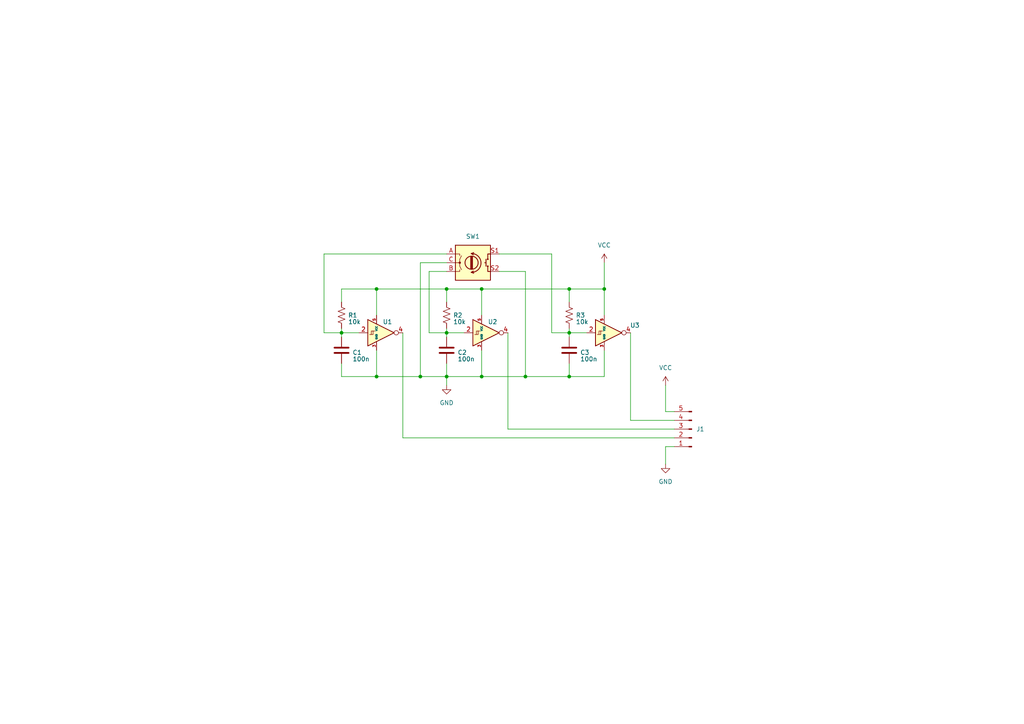
<source format=kicad_sch>
(kicad_sch (version 20211123) (generator eeschema)
  (paper "A4")
  (lib_symbols
    (symbol "74xGxx:SN74LVC1G14DBV"
      (property "Reference" "U" (at -2.54 5.08 0))
      (property "Value" "SN74LVC1G14DBV" (at 10.16 5.08 0))
      (symbol "SN74LVC1G14DBV_0_1"
        (polyline (pts (xy -1.016 0.508) (xy -0.508 0.508)))
        (polyline (pts (xy -2.54 3.81) (xy -2.54 -3.81) (xy 5.08 0) (xy -2.54 3.81)) (stroke (width 0.254)) (fill (type background)))
        (polyline (pts (xy -1.524 -0.508) (xy -1.524 0.508) (xy -1.016 0.508) (xy -1.016 -0.508) (xy -2.032 -0.508)))
        (circle (center 5.715 0) (radius 0.635))
      )
      (symbol "SN74LVC1G14DBV_1_1"
        (pin no_connect line (at 5.08 0 180) (length 2.54) hide (name "NC") (number "1"))
        (pin input line (at -5.08 0 0) (length 2.54) (name "~") (number "2"))
        (pin power_in line (at 0 -5.08 90) (length 2.54) (name "GND") (number "3"))
        (pin output line (at 7.62 0 180) (length 1.27) (name "~") (number "4"))
        (pin power_in line (at 0 5.08 270) (length 2.54) (name "VCC") (number "5"))
      )
    )
    (symbol "Connector:Conn_01x05_Male" (pin_names (offset 1.016) hide)
      (property "Reference" "J" (at 0 7.62 0))
      (property "Value" "Conn_01x05_Male" (at 0 -7.62 0))
      (symbol "Conn_01x05_Male_1_1"
        (polyline (pts (xy 1.27 -5.08) (xy 0.8636 -5.08)) (stroke (width 0.1524)))
        (polyline (pts (xy 1.27 -2.54) (xy 0.8636 -2.54)) (stroke (width 0.1524)))
        (polyline (pts (xy 1.27 0) (xy 0.8636 0)) (stroke (width 0.1524)))
        (polyline (pts (xy 1.27 2.54) (xy 0.8636 2.54)) (stroke (width 0.1524)))
        (polyline (pts (xy 1.27 5.08) (xy 0.8636 5.08)) (stroke (width 0.1524)))
        (rectangle (start 0.8636 -4.953) (end 0 -5.207) (stroke (width 0.1524)) (fill (type outline)))
        (rectangle (start 0.8636 -2.413) (end 0 -2.667) (stroke (width 0.1524)) (fill (type outline)))
        (rectangle (start 0.8636 0.127) (end 0 -0.127) (stroke (width 0.1524)) (fill (type outline)))
        (rectangle (start 0.8636 2.667) (end 0 2.413) (stroke (width 0.1524)) (fill (type outline)))
        (rectangle (start 0.8636 5.207) (end 0 4.953) (stroke (width 0.1524)) (fill (type outline)))
        (pin passive line (at 5.08 5.08 180) (length 3.81) (name "Pin_1") (number "1"))
        (pin passive line (at 5.08 2.54 180) (length 3.81) (name "Pin_2") (number "2"))
        (pin passive line (at 5.08 0 180) (length 3.81) (name "Pin_3") (number "3"))
        (pin passive line (at 5.08 -2.54 180) (length 3.81) (name "Pin_4") (number "4"))
        (pin passive line (at 5.08 -5.08 180) (length 3.81) (name "Pin_5") (number "5"))
      )
    )
    (symbol "Device:C" (pin_numbers hide) (pin_names (offset 0.254))
      (property "Reference" "C" (at 0.635 2.54 0))
      (property "Value" "C" (at 0.635 -2.54 0))
      (symbol "C_0_1"
        (polyline (pts (xy -2.032 -0.762) (xy 2.032 -0.762)) (stroke (width 0.508)))
        (polyline (pts (xy -2.032 0.762) (xy 2.032 0.762)) (stroke (width 0.508)))
      )
      (symbol "C_1_1"
        (pin passive line (at 0 3.81 270) (length 2.794) (name "~") (number "1"))
        (pin passive line (at 0 -3.81 90) (length 2.794) (name "~") (number "2"))
      )
    )
    (symbol "Device:R_US" (pin_numbers hide) (pin_names (offset 0))
      (property "Reference" "R" (at 2.54 0 90))
      (property "Value" "R_US" (at -2.54 0 90))
      (symbol "R_US_0_1"
        (polyline (pts (xy 0 -2.286) (xy 0 -2.54)))
        (polyline (pts (xy 0 2.286) (xy 0 2.54)))
        (polyline (pts (xy 0 -0.762) (xy 1.016 -1.143) (xy 0 -1.524) (xy -1.016 -1.905) (xy 0 -2.286)))
        (polyline (pts (xy 0 0.762) (xy 1.016 0.381) (xy 0 0) (xy -1.016 -0.381) (xy 0 -0.762)))
        (polyline (pts (xy 0 2.286) (xy 1.016 1.905) (xy 0 1.524) (xy -1.016 1.143) (xy 0 0.762)))
      )
      (symbol "R_US_1_1"
        (pin passive line (at 0 3.81 270) (length 1.27) (name "~") (number "1"))
        (pin passive line (at 0 -3.81 90) (length 1.27) (name "~") (number "2"))
      )
    )
    (symbol "Device:RotaryEncoder_Switch" (pin_names (offset 0.254) hide)
      (property "Reference" "SW" (at 0 6.604 0))
      (property "Value" "RotaryEncoder_Switch" (at 0 -6.604 0))
      (symbol "RotaryEncoder_Switch_0_1"
        (rectangle (start -5.08 5.08) (end 5.08 -5.08) (stroke (width 0.254)) (fill (type background)))
        (circle (center -3.81 0) (radius 0.254) (fill (type outline)))
        (arc (start -0.381 -2.794) (mid 2.3622 -0.0508) (end -0.381 2.667) (stroke (width 0.254)))
        (circle (center -0.381 0) (radius 1.905) (stroke (width 0.254)))
        (polyline (pts (xy -0.635 -1.778) (xy -0.635 1.778)) (stroke (width 0.254)))
        (polyline (pts (xy -0.381 -1.778) (xy -0.381 1.778)) (stroke (width 0.254)))
        (polyline (pts (xy -0.127 1.778) (xy -0.127 -1.778)) (stroke (width 0.254)))
        (polyline (pts (xy 3.81 0) (xy 3.429 0)) (stroke (width 0.254)))
        (polyline (pts (xy 3.81 1.016) (xy 3.81 -1.016)) (stroke (width 0.254)))
        (polyline (pts (xy -5.08 -2.54) (xy -3.81 -2.54) (xy -3.81 -2.032)))
        (polyline (pts (xy -5.08 2.54) (xy -3.81 2.54) (xy -3.81 2.032)))
        (polyline (pts (xy 0.254 -3.048) (xy -0.508 -2.794) (xy 0.127 -2.413)) (stroke (width 0.254)))
        (polyline (pts (xy 0.254 2.921) (xy -0.508 2.667) (xy 0.127 2.286)) (stroke (width 0.254)))
        (polyline (pts (xy 5.08 -2.54) (xy 4.318 -2.54) (xy 4.318 -1.016)) (stroke (width 0.254)))
        (polyline (pts (xy 5.08 2.54) (xy 4.318 2.54) (xy 4.318 1.016)) (stroke (width 0.254)))
        (polyline (pts (xy -5.08 0) (xy -3.81 0) (xy -3.81 -1.016) (xy -3.302 -2.032)))
        (polyline (pts (xy -4.318 0) (xy -3.81 0) (xy -3.81 1.016) (xy -3.302 2.032)))
        (circle (center 4.318 -1.016) (radius 0.127) (stroke (width 0.254)))
        (circle (center 4.318 1.016) (radius 0.127) (stroke (width 0.254)))
      )
      (symbol "RotaryEncoder_Switch_1_1"
        (pin passive line (at -7.62 2.54 0) (length 2.54) (name "A") (number "A"))
        (pin passive line (at -7.62 -2.54 0) (length 2.54) (name "B") (number "B"))
        (pin passive line (at -7.62 0 0) (length 2.54) (name "C") (number "C"))
        (pin passive line (at 7.62 2.54 180) (length 2.54) (name "S1") (number "S1"))
        (pin passive line (at 7.62 -2.54 180) (length 2.54) (name "S2") (number "S2"))
      )
    )
    (symbol "power:GND" (power) (pin_names (offset 0))
      (property "Value" "GND" (at 0 -3.81 0))
      (symbol "GND_0_1"
        (polyline (pts (xy 0 0) (xy 0 -1.27) (xy 1.27 -1.27) (xy 0 -2.54) (xy -1.27 -1.27) (xy 0 -1.27)))
      )
      (symbol "GND_1_1"
        (pin power_in line (at 0 0 270) (length 0) hide (name "GND") (number "1"))
      )
    )
    (symbol "power:VCC" (power) (pin_names (offset 0))
      (property "Value" "VCC" (at 0 3.81 0))
      (symbol "VCC_0_1"
        (polyline (pts (xy -0.762 1.27) (xy 0 2.54)))
        (polyline (pts (xy 0 0) (xy 0 2.54)))
        (polyline (pts (xy 0 2.54) (xy 0.762 1.27)))
      )
      (symbol "VCC_1_1"
        (pin power_in line (at 0 0 90) (length 0) hide (name "VCC") (number "1"))
      )
    )
  )
  (junction (at 129.54 96.52))
  (junction (at 121.92 109.22))
  (junction (at 129.54 109.22))
  (junction (at 109.22 83.82))
  (junction (at 165.1 109.22))
  (junction (at 175.26 83.82))
  (junction (at 129.54 83.82))
  (junction (at 99.06 96.52))
  (junction (at 139.7 109.22))
  (junction (at 139.7 83.82))
  (junction (at 165.1 83.82))
  (junction (at 165.1 96.52))
  (junction (at 109.22 109.22))
  (junction (at 152.4 109.22))
  (wire (pts (xy 147.32 96.52) (xy 147.32 124.46)))
  (wire (pts (xy 99.06 87.63) (xy 99.06 83.82)))
  (wire (pts (xy 99.06 105.41) (xy 99.06 109.22)))
  (wire (pts (xy 116.84 127) (xy 195.58 127)))
  (wire (pts (xy 129.54 105.41) (xy 129.54 109.22)))
  (wire (pts (xy 182.88 96.52) (xy 182.88 121.92)))
  (wire (pts (xy 116.84 96.52) (xy 116.84 127)))
  (wire (pts (xy 160.02 73.66) (xy 160.02 96.52)))
  (wire (pts (xy 165.1 109.22) (xy 175.26 109.22)))
  (wire (pts (xy 129.54 109.22) (xy 139.7 109.22)))
  (wire (pts (xy 99.06 96.52) (xy 99.06 97.79)))
  (wire (pts (xy 99.06 95.25) (xy 99.06 96.52)))
  (wire (pts (xy 175.26 91.44) (xy 175.26 83.82)))
  (wire (pts (xy 165.1 96.52) (xy 165.1 97.79)))
  (wire (pts (xy 93.98 96.52) (xy 99.06 96.52)))
  (wire (pts (xy 182.88 121.92) (xy 195.58 121.92)))
  (wire (pts (xy 152.4 78.74) (xy 152.4 109.22)))
  (wire (pts (xy 139.7 83.82) (xy 139.7 91.44)))
  (wire (pts (xy 160.02 96.52) (xy 165.1 96.52)))
  (wire (pts (xy 121.92 109.22) (xy 129.54 109.22)))
  (wire (pts (xy 165.1 95.25) (xy 165.1 96.52)))
  (wire (pts (xy 129.54 76.2) (xy 121.92 76.2)))
  (wire (pts (xy 129.54 96.52) (xy 129.54 97.79)))
  (wire (pts (xy 129.54 83.82) (xy 139.7 83.82)))
  (wire (pts (xy 99.06 96.52) (xy 104.14 96.52)))
  (wire (pts (xy 93.98 73.66) (xy 93.98 96.52)))
  (wire (pts (xy 109.22 83.82) (xy 129.54 83.82)))
  (wire (pts (xy 99.06 83.82) (xy 109.22 83.82)))
  (wire (pts (xy 121.92 109.22) (xy 109.22 109.22)))
  (wire (pts (xy 165.1 83.82) (xy 165.1 87.63)))
  (wire (pts (xy 144.78 78.74) (xy 152.4 78.74)))
  (wire (pts (xy 175.26 109.22) (xy 175.26 101.6)))
  (wire (pts (xy 129.54 83.82) (xy 129.54 87.63)))
  (wire (pts (xy 152.4 109.22) (xy 165.1 109.22)))
  (wire (pts (xy 147.32 124.46) (xy 195.58 124.46)))
  (wire (pts (xy 175.26 83.82) (xy 165.1 83.82)))
  (wire (pts (xy 129.54 73.66) (xy 93.98 73.66)))
  (wire (pts (xy 175.26 76.2) (xy 175.26 83.82)))
  (wire (pts (xy 193.04 111.76) (xy 193.04 119.38)))
  (wire (pts (xy 193.04 119.38) (xy 195.58 119.38)))
  (wire (pts (xy 144.78 73.66) (xy 160.02 73.66)))
  (wire (pts (xy 121.92 76.2) (xy 121.92 109.22)))
  (wire (pts (xy 124.46 78.74) (xy 124.46 96.52)))
  (wire (pts (xy 134.62 96.52) (xy 129.54 96.52)))
  (wire (pts (xy 165.1 105.41) (xy 165.1 109.22)))
  (wire (pts (xy 124.46 96.52) (xy 129.54 96.52)))
  (wire (pts (xy 129.54 78.74) (xy 124.46 78.74)))
  (wire (pts (xy 195.58 129.54) (xy 193.04 129.54)))
  (wire (pts (xy 139.7 109.22) (xy 152.4 109.22)))
  (wire (pts (xy 109.22 109.22) (xy 99.06 109.22)))
  (wire (pts (xy 165.1 96.52) (xy 170.18 96.52)))
  (wire (pts (xy 139.7 83.82) (xy 165.1 83.82)))
  (wire (pts (xy 193.04 129.54) (xy 193.04 134.62)))
  (wire (pts (xy 129.54 109.22) (xy 129.54 111.76)))
  (wire (pts (xy 109.22 83.82) (xy 109.22 91.44)))
  (wire (pts (xy 129.54 95.25) (xy 129.54 96.52)))
  (wire (pts (xy 139.7 101.6) (xy 139.7 109.22)))
  (wire (pts (xy 109.22 101.6) (xy 109.22 109.22)))
  (symbol (lib_id "Device:C") (at 129.54 101.6 0) (unit 1)
    (property "Reference" "C2" (at 132.715 102.235 0) (effects (justify left)))
    (property "Value" "100n" (at 132.715 104.14 0) (effects (justify left)))
    (property "Footprint" "Capacitor_SMD:C_0805_2012Metric_Pad1.18x1.45mm_HandSolder" (effects hide))
  )
  (symbol (lib_id "power:GND") (at 129.54 111.76 0) (unit 1)
    (property "Reference" "#PWR01" (effects hide))
    (property "Value" "GND" (at 129.54 116.84 0))
  )
  (symbol (lib_id "power:GND") (at 193.04 134.62 0) (unit 1)
    (property "Reference" "#PWR04" (effects hide))
    (property "Value" "GND" (at 193.04 139.7 0))
  )
  (symbol (lib_id "74xGxx:SN74LVC1G14DBV") (at 109.22 96.52 0) (unit 1)
    (property "Reference" "U1" (at 112.395 93.345 0))
    (property "Value" "SN74LVC1G14DBV" (effects hide))
    (property "Footprint" "Package_TO_SOT_SMD:SOT-23-5" (effects hide))
    (property "Datasheet" "http://www.ti.com/lit/ds/symlink/sn74lvc1g14.pdf" (effects hide))
  )
  (symbol (lib_id "74xGxx:SN74LVC1G14DBV") (at 175.26 96.52 0) (unit 1)
    (property "Reference" "U3" (at 184.15 94.361 0))
    (property "Value" "SN74LVC1G14DBV" (effects hide))
    (property "Footprint" "Package_TO_SOT_SMD:SOT-23-5" (effects hide))
    (property "Datasheet" "http://www.ti.com/lit/ds/symlink/sn74lvc1g14.pdf" (effects hide))
  )
  (symbol (lib_id "power:VCC") (at 175.26 76.2 0) (unit 1)
    (property "Reference" "#PWR02" (effects hide))
    (property "Value" "VCC" (at 175.26 71.12 0))
  )
  (symbol (lib_id "Device:RotaryEncoder_Switch") (at 137.16 76.2 0) (unit 1)
    (property "Reference" "SW1" (at 137.16 68.58 0))
    (property "Value" "RotaryEncoder_Switch" (effects hide))
    (property "Footprint" "Rotary_Encoder:RotaryEncoder_Alps_EC11E-Switch_Vertical_H20mm" (effects hide))
  )
  (symbol (lib_id "Device:R_US") (at 129.54 91.44 0) (unit 1)
    (property "Reference" "R2" (at 131.445 91.44 0) (effects (justify left)))
    (property "Value" "10k" (at 131.445 93.345 0) (effects (justify left)))
    (property "Footprint" "Resistor_SMD:R_0805_2012Metric_Pad1.20x1.40mm_HandSolder" (effects hide))
  )
  (symbol (lib_id "power:VCC") (at 193.04 111.76 0) (unit 1)
    (property "Reference" "#PWR03" (effects hide))
    (property "Value" "VCC" (at 193.04 106.68 0))
  )
  (symbol (lib_id "Device:C") (at 165.1 101.6 0) (unit 1)
    (property "Reference" "C3" (at 168.275 102.235 0) (effects (justify left)))
    (property "Value" "100n" (at 168.275 104.14 0) (effects (justify left)))
    (property "Footprint" "Capacitor_SMD:C_0805_2012Metric_Pad1.18x1.45mm_HandSolder" (effects hide))
  )
  (symbol (lib_id "Device:R_US") (at 165.1 91.44 0) (unit 1)
    (property "Reference" "R3" (at 167.005 91.44 0) (effects (justify left)))
    (property "Value" "10k" (at 167.005 93.345 0) (effects (justify left)))
    (property "Footprint" "Resistor_SMD:R_0805_2012Metric_Pad1.20x1.40mm_HandSolder" (effects hide))
  )
  (symbol (lib_id "Connector:Conn_01x05_Male") (at 200.66 124.46 180) (unit 1)
    (property "Reference" "J1" (at 201.93 124.4599 0) (effects (justify right)))
    (property "Value" "Conn_01x05_Male" (effects hide))
    (property "Footprint" "Connector_PinHeader_2.54mm:PinHeader_1x05_P2.54mm_Vertical" (effects hide))
  )
  (symbol (lib_id "Device:R_US") (at 99.06 91.44 0) (unit 1)
    (property "Reference" "R1" (at 100.965 91.44 0) (effects (justify left)))
    (property "Value" "10k" (at 100.965 93.345 0) (effects (justify left)))
    (property "Footprint" "Resistor_SMD:R_0805_2012Metric_Pad1.20x1.40mm_HandSolder" (effects hide))
  )
  (symbol (lib_id "Device:C") (at 99.06 101.6 0) (unit 1)
    (property "Reference" "C1" (at 102.235 102.235 0) (effects (justify left)))
    (property "Value" "100n" (at 102.235 104.14 0) (effects (justify left)))
    (property "Footprint" "Capacitor_SMD:C_0805_2012Metric_Pad1.18x1.45mm_HandSolder" (effects hide))
  )
  (symbol (lib_id "74xGxx:SN74LVC1G14DBV") (at 139.7 96.52 0) (unit 1)
    (property "Reference" "U2" (at 142.875 93.345 0))
    (property "Value" "SN74LVC1G14DBV" (effects hide))
    (property "Footprint" "Package_TO_SOT_SMD:SOT-23-5" (effects hide))
    (property "Datasheet" "http://www.ti.com/lit/ds/symlink/sn74lvc1g14.pdf" (effects hide))
  )
)
</source>
